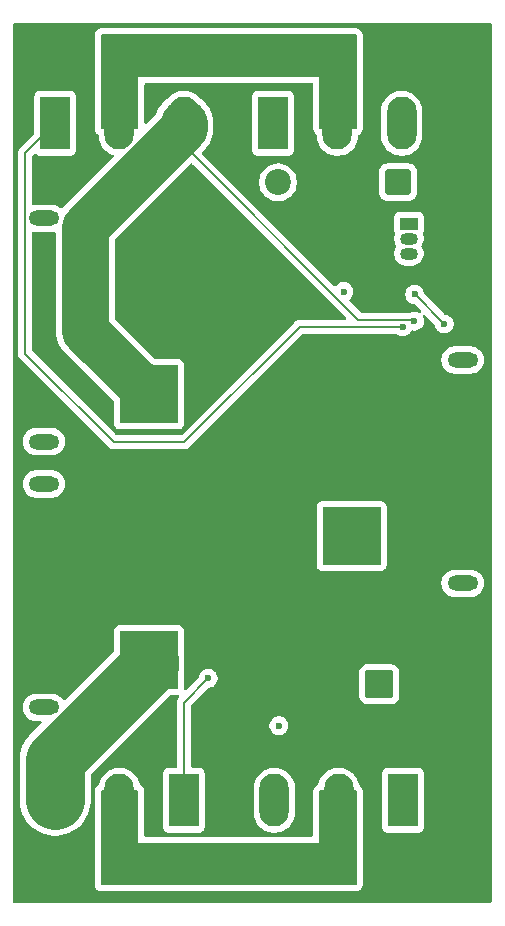
<source format=gbr>
%TF.GenerationSoftware,KiCad,Pcbnew,9.0.3*%
%TF.CreationDate,2025-12-08T06:40:44-06:00*%
%TF.ProjectId,Hotswap,486f7473-7761-4702-9e6b-696361645f70,rev?*%
%TF.SameCoordinates,Original*%
%TF.FileFunction,Copper,L4,Bot*%
%TF.FilePolarity,Positive*%
%FSLAX46Y46*%
G04 Gerber Fmt 4.6, Leading zero omitted, Abs format (unit mm)*
G04 Created by KiCad (PCBNEW 9.0.3) date 2025-12-08 06:40:44*
%MOMM*%
%LPD*%
G01*
G04 APERTURE LIST*
G04 Aperture macros list*
%AMRoundRect*
0 Rectangle with rounded corners*
0 $1 Rounding radius*
0 $2 $3 $4 $5 $6 $7 $8 $9 X,Y pos of 4 corners*
0 Add a 4 corners polygon primitive as box body*
4,1,4,$2,$3,$4,$5,$6,$7,$8,$9,$2,$3,0*
0 Add four circle primitives for the rounded corners*
1,1,$1+$1,$2,$3*
1,1,$1+$1,$4,$5*
1,1,$1+$1,$6,$7*
1,1,$1+$1,$8,$9*
0 Add four rect primitives between the rounded corners*
20,1,$1+$1,$2,$3,$4,$5,0*
20,1,$1+$1,$4,$5,$6,$7,0*
20,1,$1+$1,$6,$7,$8,$9,0*
20,1,$1+$1,$8,$9,$2,$3,0*%
G04 Aperture macros list end*
%TA.AperFunction,Conductor*%
%ADD10C,0.200000*%
%TD*%
%TA.AperFunction,ComponentPad*%
%ADD11R,2.500000X4.500000*%
%TD*%
%TA.AperFunction,ComponentPad*%
%ADD12O,2.500000X4.500000*%
%TD*%
%TA.AperFunction,ComponentPad*%
%ADD13C,4.916000*%
%TD*%
%TA.AperFunction,ComponentPad*%
%ADD14O,2.600000X1.300000*%
%TD*%
%TA.AperFunction,ComponentPad*%
%ADD15R,4.916000X4.916000*%
%TD*%
%TA.AperFunction,ComponentPad*%
%ADD16R,1.500000X1.050000*%
%TD*%
%TA.AperFunction,ComponentPad*%
%ADD17O,1.500000X1.050000*%
%TD*%
%TA.AperFunction,ComponentPad*%
%ADD18RoundRect,0.250001X-0.949999X-0.949999X0.949999X-0.949999X0.949999X0.949999X-0.949999X0.949999X0*%
%TD*%
%TA.AperFunction,ComponentPad*%
%ADD19C,2.400000*%
%TD*%
%TA.AperFunction,ComponentPad*%
%ADD20RoundRect,0.249999X0.850001X0.850001X-0.850001X0.850001X-0.850001X-0.850001X0.850001X-0.850001X0*%
%TD*%
%TA.AperFunction,ComponentPad*%
%ADD21C,2.200000*%
%TD*%
%TA.AperFunction,ViaPad*%
%ADD22C,0.600000*%
%TD*%
%TA.AperFunction,Conductor*%
%ADD23C,4.000000*%
%TD*%
%TA.AperFunction,Conductor*%
%ADD24C,5.000000*%
%TD*%
G04 APERTURE END LIST*
%TO.N,Net-(Q8-D)*%
D10*
X53000000Y-20065000D02*
X56000000Y-20065000D01*
X56000000Y-27935000D01*
X53000000Y-27935000D01*
X53000000Y-20065000D01*
%TA.AperFunction,Conductor*%
G36*
X53000000Y-20065000D02*
G01*
X56000000Y-20065000D01*
X56000000Y-27935000D01*
X53000000Y-27935000D01*
X53000000Y-20065000D01*
G37*
%TD.AperFunction*%
X53000000Y-20065000D02*
X74500000Y-20065000D01*
X74500000Y-23500000D01*
X53000000Y-23500000D01*
X53000000Y-20065000D01*
%TA.AperFunction,Conductor*%
G36*
X53000000Y-20065000D02*
G01*
X74500000Y-20065000D01*
X74500000Y-23500000D01*
X53000000Y-23500000D01*
X53000000Y-20065000D01*
G37*
%TD.AperFunction*%
%TO.N,Net-(Q2-D)*%
X53000000Y-84065000D02*
X56000000Y-84065000D01*
X56000000Y-91935000D01*
X53000000Y-91935000D01*
X53000000Y-84065000D01*
%TA.AperFunction,Conductor*%
G36*
X53000000Y-84065000D02*
G01*
X56000000Y-84065000D01*
X56000000Y-91935000D01*
X53000000Y-91935000D01*
X53000000Y-84065000D01*
G37*
%TD.AperFunction*%
%TO.N,Net-(Q8-D)*%
X71500000Y-20065000D02*
X74500000Y-20065000D01*
X74500000Y-27935000D01*
X71500000Y-27935000D01*
X71500000Y-20065000D01*
%TA.AperFunction,Conductor*%
G36*
X71500000Y-20065000D02*
G01*
X74500000Y-20065000D01*
X74500000Y-27935000D01*
X71500000Y-27935000D01*
X71500000Y-20065000D01*
G37*
%TD.AperFunction*%
%TO.N,Net-(Q2-D)*%
X71500000Y-84065000D02*
X74500000Y-84065000D01*
X74500000Y-91935000D01*
X71500000Y-91935000D01*
X71500000Y-84065000D01*
%TA.AperFunction,Conductor*%
G36*
X71500000Y-84065000D02*
G01*
X74500000Y-84065000D01*
X74500000Y-91935000D01*
X71500000Y-91935000D01*
X71500000Y-84065000D01*
G37*
%TD.AperFunction*%
X53000000Y-88500000D02*
X74500000Y-88500000D01*
X74500000Y-91935000D01*
X53000000Y-91935000D01*
X53000000Y-88500000D01*
%TA.AperFunction,Conductor*%
G36*
X53000000Y-88500000D02*
G01*
X74500000Y-88500000D01*
X74500000Y-91935000D01*
X53000000Y-91935000D01*
X53000000Y-88500000D01*
G37*
%TD.AperFunction*%
%TD*%
D11*
%TO.P,Q2,1,G*%
%TO.N,Net-(Q2-G)*%
X59950000Y-84815000D03*
D12*
%TO.P,Q2,2,D*%
%TO.N,Net-(Q2-D)*%
X54500000Y-84815000D03*
%TO.P,Q2,3,S*%
%TO.N,Net-(J1-POS)*%
X49050000Y-84815000D03*
%TD*%
D11*
%TO.P,Q8,1,G*%
%TO.N,Net-(Q8-G)*%
X49050000Y-27500000D03*
D12*
%TO.P,Q8,2,D*%
%TO.N,Net-(Q8-D)*%
X54500000Y-27500000D03*
%TO.P,Q8,3,S*%
%TO.N,Net-(J2-POS)*%
X59950000Y-27500000D03*
%TD*%
D13*
%TO.P,J1,N,NEG*%
%TO.N,GND*%
X57000000Y-62050000D03*
D14*
%TO.P,J1,NC,NC*%
%TO.N,unconnected-(J1-PadNC)*%
X48100000Y-58050000D03*
%TO.N,unconnected-(J1-PadNC)_1*%
X48100000Y-76950000D03*
D15*
%TO.P,J1,P,POS*%
%TO.N,Net-(J1-POS)*%
X57000000Y-72950000D03*
%TD*%
D13*
%TO.P,J3,N,NEG*%
%TO.N,GND*%
X74150000Y-51550000D03*
D14*
%TO.P,J3,NC,NC*%
%TO.N,unconnected-(J3-PadNC)*%
X83550000Y-66450000D03*
%TO.N,unconnected-(J3-PadNC)_1*%
X83550000Y-47550000D03*
D15*
%TO.P,J3,P,POS*%
%TO.N,VBUS*%
X74150000Y-62450000D03*
%TD*%
D13*
%TO.P,J2,N,NEG*%
%TO.N,GND*%
X57000000Y-39550000D03*
D14*
%TO.P,J2,NC,NC*%
%TO.N,unconnected-(J2-PadNC)*%
X48100000Y-35550000D03*
%TO.N,unconnected-(J2-PadNC)_1*%
X48100000Y-54450000D03*
D15*
%TO.P,J2,P,POS*%
%TO.N,Net-(J2-POS)*%
X57000000Y-50450000D03*
%TD*%
D11*
%TO.P,Q4,1,G*%
%TO.N,Net-(Q4-G)*%
X78500000Y-84815000D03*
D12*
%TO.P,Q4,2,D*%
%TO.N,Net-(Q2-D)*%
X73050000Y-84815000D03*
%TO.P,Q4,3,S*%
%TO.N,VBUS*%
X67600000Y-84815000D03*
%TD*%
D16*
%TO.P,Q11,1,E*%
%TO.N,Net-(D3-A)*%
X79000000Y-36000000D03*
D17*
%TO.P,Q11,2,B*%
%TO.N,Net-(D3-K)*%
X79000000Y-37270000D03*
%TO.P,Q11,3,C*%
%TO.N,Net-(Q11-C)*%
X79000000Y-38540000D03*
%TD*%
D18*
%TO.P,C10,1*%
%TO.N,VBUS*%
X76500000Y-75000000D03*
D19*
%TO.P,C10,2*%
%TO.N,GND*%
X81500000Y-75000000D03*
%TD*%
D11*
%TO.P,Q9,1,G*%
%TO.N,Net-(D3-A)*%
X67500000Y-27500000D03*
D12*
%TO.P,Q9,2,D*%
%TO.N,Net-(Q8-D)*%
X72950000Y-27500000D03*
%TO.P,Q9,3,S*%
%TO.N,VBUS*%
X78400000Y-27500000D03*
%TD*%
D20*
%TO.P,D3,1,K*%
%TO.N,Net-(D3-K)*%
X78080000Y-32500000D03*
D21*
%TO.P,D3,2,A*%
%TO.N,Net-(D3-A)*%
X67920000Y-32500000D03*
%TD*%
D22*
%TO.N,GND*%
X70500000Y-42500000D03*
X66000000Y-79000000D03*
X62000000Y-77000000D03*
X75562500Y-40337500D03*
%TO.N,Net-(J2-POS)*%
X79475000Y-44250000D03*
%TO.N,Net-(J1-POS)*%
X82000000Y-44500000D03*
X79500000Y-42000000D03*
%TO.N,VBUS*%
X73475000Y-41750000D03*
X68000000Y-78500000D03*
%TO.N,Net-(Q2-G)*%
X62000000Y-74500000D03*
%TO.N,Net-(Q8-G)*%
X78475000Y-44750000D03*
%TD*%
D23*
%TO.N,Net-(J2-POS)*%
X51601000Y-45051000D02*
X51601000Y-36279451D01*
D10*
X79475000Y-44250000D02*
X79374000Y-44149000D01*
D23*
X57000000Y-50450000D02*
X51601000Y-45051000D01*
D10*
X59950000Y-29382900D02*
X59950000Y-27500000D01*
X74716100Y-44149000D02*
X59950000Y-29382900D01*
D23*
X59950000Y-27930451D02*
X59950000Y-27500000D01*
X51601000Y-36279451D02*
X59950000Y-27930451D01*
D10*
X79374000Y-44149000D02*
X74716100Y-44149000D01*
%TO.N,Net-(J1-POS)*%
X79500000Y-42000000D02*
X82000000Y-44500000D01*
D24*
X57000000Y-73439030D02*
X57000000Y-72950000D01*
X49050000Y-84815000D02*
X49050000Y-81389030D01*
X49050000Y-81389030D02*
X57000000Y-73439030D01*
D10*
%TO.N,Net-(Q2-G)*%
X59950000Y-76550000D02*
X59950000Y-84815000D01*
X62000000Y-74500000D02*
X59950000Y-76550000D01*
%TO.N,Net-(Q8-G)*%
X69750000Y-44750000D02*
X60000000Y-54500000D01*
X54000000Y-54500000D02*
X46499000Y-46999000D01*
X60000000Y-54500000D02*
X54000000Y-54500000D01*
X46499000Y-46999000D02*
X46499000Y-30051000D01*
X78475000Y-44750000D02*
X69750000Y-44750000D01*
X46499000Y-30051000D02*
X49050000Y-27500000D01*
%TD*%
%TA.AperFunction,Conductor*%
%TO.N,GND*%
G36*
X60610612Y-30908593D02*
G01*
X60654959Y-30937094D01*
X73655684Y-43937819D01*
X73689169Y-43999142D01*
X73684185Y-44068834D01*
X73642313Y-44124767D01*
X73576849Y-44149184D01*
X73568003Y-44149500D01*
X69829057Y-44149500D01*
X69670942Y-44149500D01*
X69518215Y-44190423D01*
X69518214Y-44190423D01*
X69518212Y-44190424D01*
X69518209Y-44190425D01*
X69468096Y-44219359D01*
X69468095Y-44219360D01*
X69424689Y-44244420D01*
X69381285Y-44269479D01*
X69381282Y-44269481D01*
X69269478Y-44381286D01*
X59787584Y-53863181D01*
X59726261Y-53896666D01*
X59699903Y-53899500D01*
X54300097Y-53899500D01*
X54233058Y-53879815D01*
X54212416Y-53863181D01*
X47135819Y-46786584D01*
X47102334Y-46725261D01*
X47099500Y-46698903D01*
X47099500Y-36804512D01*
X47119185Y-36737473D01*
X47171989Y-36691718D01*
X47241147Y-36681774D01*
X47242818Y-36682026D01*
X47298465Y-36690840D01*
X47359450Y-36700500D01*
X47359454Y-36700500D01*
X48840550Y-36700500D01*
X48901534Y-36690840D01*
X48957103Y-36682039D01*
X49026394Y-36690993D01*
X49079847Y-36735989D01*
X49100487Y-36802740D01*
X49100500Y-36804512D01*
X49100500Y-45191431D01*
X49131942Y-45470494D01*
X49131945Y-45470512D01*
X49194439Y-45744317D01*
X49194443Y-45744329D01*
X49287200Y-46009411D01*
X49409053Y-46262442D01*
X49409055Y-46262445D01*
X49558477Y-46500248D01*
X49689113Y-46664060D01*
X49733583Y-46719824D01*
X54005181Y-50991422D01*
X54038666Y-51052745D01*
X54041500Y-51079103D01*
X54041500Y-52955870D01*
X54041501Y-52955876D01*
X54047908Y-53015483D01*
X54098202Y-53150328D01*
X54098206Y-53150335D01*
X54184452Y-53265544D01*
X54184455Y-53265547D01*
X54299664Y-53351793D01*
X54299671Y-53351797D01*
X54434517Y-53402091D01*
X54434516Y-53402091D01*
X54441444Y-53402835D01*
X54494127Y-53408500D01*
X59505872Y-53408499D01*
X59565483Y-53402091D01*
X59700331Y-53351796D01*
X59815546Y-53265546D01*
X59901796Y-53150331D01*
X59952091Y-53015483D01*
X59958500Y-52955873D01*
X59958499Y-47944128D01*
X59952091Y-47884517D01*
X59927807Y-47819409D01*
X59901797Y-47749671D01*
X59901793Y-47749664D01*
X59815547Y-47634455D01*
X59815544Y-47634452D01*
X59700335Y-47548206D01*
X59700328Y-47548202D01*
X59565482Y-47497908D01*
X59565483Y-47497908D01*
X59505883Y-47491501D01*
X59505881Y-47491500D01*
X59505873Y-47491500D01*
X59505865Y-47491500D01*
X57629103Y-47491500D01*
X57562064Y-47471815D01*
X57541422Y-47455181D01*
X54137819Y-44051578D01*
X54104334Y-43990255D01*
X54101500Y-43963897D01*
X54101500Y-37366553D01*
X54121185Y-37299514D01*
X54137814Y-37278877D01*
X60479597Y-30937093D01*
X60540920Y-30903609D01*
X60610612Y-30908593D01*
G37*
%TD.AperFunction*%
%TA.AperFunction,Conductor*%
G36*
X85942539Y-19020185D02*
G01*
X85988294Y-19072989D01*
X85999500Y-19124500D01*
X85999500Y-93375500D01*
X85979815Y-93442539D01*
X85927011Y-93488294D01*
X85875500Y-93499500D01*
X45624500Y-93499500D01*
X45557461Y-93479815D01*
X45511706Y-93427011D01*
X45500500Y-93375500D01*
X45500500Y-81220521D01*
X46049500Y-81220521D01*
X46049500Y-84983508D01*
X46087231Y-85318381D01*
X46087233Y-85318397D01*
X46162223Y-85646953D01*
X46162227Y-85646965D01*
X46273532Y-85965054D01*
X46419752Y-86268683D01*
X46419754Y-86268686D01*
X46599054Y-86554039D01*
X46809175Y-86817523D01*
X47047477Y-87055825D01*
X47310961Y-87265946D01*
X47596314Y-87445246D01*
X47899949Y-87591469D01*
X48138848Y-87675063D01*
X48218034Y-87702772D01*
X48218046Y-87702776D01*
X48546606Y-87777767D01*
X48881492Y-87815499D01*
X48881493Y-87815500D01*
X48881496Y-87815500D01*
X49218507Y-87815500D01*
X49218507Y-87815499D01*
X49553394Y-87777767D01*
X49881954Y-87702776D01*
X50200051Y-87591469D01*
X50503686Y-87445246D01*
X50789039Y-87265946D01*
X51052523Y-87055825D01*
X51290825Y-86817523D01*
X51500946Y-86554039D01*
X51680246Y-86268686D01*
X51826469Y-85965051D01*
X51937776Y-85646954D01*
X52012767Y-85318394D01*
X52050500Y-84983504D01*
X52050500Y-83985943D01*
X52399500Y-83985943D01*
X52399500Y-92014056D01*
X52440423Y-92166783D01*
X52440426Y-92166790D01*
X52519475Y-92303709D01*
X52519479Y-92303714D01*
X52519480Y-92303716D01*
X52631284Y-92415520D01*
X52631286Y-92415521D01*
X52631290Y-92415524D01*
X52768209Y-92494573D01*
X52768216Y-92494577D01*
X52920943Y-92535500D01*
X52920945Y-92535500D01*
X74579055Y-92535500D01*
X74579057Y-92535500D01*
X74731784Y-92494577D01*
X74868716Y-92415520D01*
X74980520Y-92303716D01*
X75059577Y-92166784D01*
X75100500Y-92014057D01*
X75100500Y-88420943D01*
X75100500Y-83985943D01*
X75059577Y-83833216D01*
X75059573Y-83833209D01*
X74980524Y-83696290D01*
X74980518Y-83696282D01*
X74868717Y-83584481D01*
X74868716Y-83584480D01*
X74831347Y-83562905D01*
X74783132Y-83512339D01*
X74771946Y-83476608D01*
X74771686Y-83476660D01*
X74771599Y-83476684D01*
X74771597Y-83476678D01*
X74771337Y-83476730D01*
X74770548Y-83472763D01*
X74765551Y-83454113D01*
X74711158Y-83251113D01*
X74623344Y-83039112D01*
X74508611Y-82840388D01*
X74508608Y-82840385D01*
X74508607Y-82840382D01*
X74368918Y-82658338D01*
X74368911Y-82658330D01*
X74227716Y-82517135D01*
X76749500Y-82517135D01*
X76749500Y-87112870D01*
X76749501Y-87112876D01*
X76755908Y-87172483D01*
X76806202Y-87307328D01*
X76806206Y-87307335D01*
X76892452Y-87422544D01*
X76892455Y-87422547D01*
X77007664Y-87508793D01*
X77007671Y-87508797D01*
X77142517Y-87559091D01*
X77142516Y-87559091D01*
X77149444Y-87559835D01*
X77202127Y-87565500D01*
X79797872Y-87565499D01*
X79857483Y-87559091D01*
X79992331Y-87508796D01*
X80107546Y-87422546D01*
X80193796Y-87307331D01*
X80244091Y-87172483D01*
X80250500Y-87112873D01*
X80250499Y-82517128D01*
X80244091Y-82457517D01*
X80193796Y-82322669D01*
X80193795Y-82322668D01*
X80193793Y-82322664D01*
X80107547Y-82207455D01*
X80107544Y-82207452D01*
X79992335Y-82121206D01*
X79992328Y-82121202D01*
X79857482Y-82070908D01*
X79857483Y-82070908D01*
X79797883Y-82064501D01*
X79797881Y-82064500D01*
X79797873Y-82064500D01*
X79797864Y-82064500D01*
X77202129Y-82064500D01*
X77202123Y-82064501D01*
X77142516Y-82070908D01*
X77007671Y-82121202D01*
X77007664Y-82121206D01*
X76892455Y-82207452D01*
X76892452Y-82207455D01*
X76806206Y-82322664D01*
X76806202Y-82322671D01*
X76755908Y-82457517D01*
X76749501Y-82517116D01*
X76749501Y-82517123D01*
X76749500Y-82517135D01*
X74227716Y-82517135D01*
X74206670Y-82496089D01*
X74206661Y-82496081D01*
X74024617Y-82356392D01*
X73966210Y-82322671D01*
X73825888Y-82241656D01*
X73825876Y-82241650D01*
X73613887Y-82153842D01*
X73392238Y-82094452D01*
X73354215Y-82089446D01*
X73164741Y-82064500D01*
X73164734Y-82064500D01*
X72935266Y-82064500D01*
X72935258Y-82064500D01*
X72718715Y-82093009D01*
X72707762Y-82094452D01*
X72614076Y-82119554D01*
X72486112Y-82153842D01*
X72274123Y-82241650D01*
X72274109Y-82241657D01*
X72075382Y-82356392D01*
X71893338Y-82496081D01*
X71731081Y-82658338D01*
X71591392Y-82840382D01*
X71476657Y-83039109D01*
X71476650Y-83039123D01*
X71388843Y-83251110D01*
X71343079Y-83421903D01*
X71306714Y-83481563D01*
X71270762Y-83504368D01*
X71268213Y-83505423D01*
X71131290Y-83584475D01*
X71131282Y-83584481D01*
X71019481Y-83696282D01*
X71019475Y-83696290D01*
X70940426Y-83833209D01*
X70940423Y-83833216D01*
X70899500Y-83985943D01*
X70899500Y-87775500D01*
X70879815Y-87842539D01*
X70827011Y-87888294D01*
X70775500Y-87899500D01*
X56724500Y-87899500D01*
X56657461Y-87879815D01*
X56611706Y-87827011D01*
X56600500Y-87775500D01*
X56600500Y-83985945D01*
X56600500Y-83985943D01*
X56559577Y-83833216D01*
X56559573Y-83833209D01*
X56480524Y-83696290D01*
X56480518Y-83696282D01*
X56368717Y-83584481D01*
X56368716Y-83584480D01*
X56273326Y-83529407D01*
X56225111Y-83478841D01*
X56215551Y-83454113D01*
X56161158Y-83251113D01*
X56073344Y-83039112D01*
X55958611Y-82840388D01*
X55958608Y-82840385D01*
X55958607Y-82840382D01*
X55818918Y-82658338D01*
X55818911Y-82658330D01*
X55656670Y-82496089D01*
X55656661Y-82496081D01*
X55474617Y-82356392D01*
X55416210Y-82322671D01*
X55275888Y-82241656D01*
X55275876Y-82241650D01*
X55063887Y-82153842D01*
X54842238Y-82094452D01*
X54804215Y-82089446D01*
X54614741Y-82064500D01*
X54614734Y-82064500D01*
X54385266Y-82064500D01*
X54385258Y-82064500D01*
X54168715Y-82093009D01*
X54157762Y-82094452D01*
X54064076Y-82119554D01*
X53936112Y-82153842D01*
X53724123Y-82241650D01*
X53724109Y-82241657D01*
X53525382Y-82356392D01*
X53343338Y-82496081D01*
X53181081Y-82658338D01*
X53041392Y-82840382D01*
X52926657Y-83039109D01*
X52926650Y-83039123D01*
X52838843Y-83251110D01*
X52838842Y-83251113D01*
X52784449Y-83454113D01*
X52748084Y-83513773D01*
X52726674Y-83529406D01*
X52631287Y-83584477D01*
X52631282Y-83584481D01*
X52519481Y-83696282D01*
X52519475Y-83696290D01*
X52440426Y-83833209D01*
X52440423Y-83833216D01*
X52399500Y-83985943D01*
X52050500Y-83985943D01*
X52050500Y-82683238D01*
X52070185Y-82616199D01*
X52086814Y-82595562D01*
X58737558Y-75944817D01*
X58798881Y-75911333D01*
X58825239Y-75908499D01*
X59442903Y-75908499D01*
X59457265Y-75912716D01*
X59472218Y-75912014D01*
X59490112Y-75922361D01*
X59509942Y-75928184D01*
X59519743Y-75939495D01*
X59532704Y-75946990D01*
X59542163Y-75965369D01*
X59555697Y-75980988D01*
X59557827Y-75995803D01*
X59564678Y-76009114D01*
X59562699Y-76029688D01*
X59565641Y-76050146D01*
X59559312Y-76064910D01*
X59557990Y-76078663D01*
X59544951Y-76098414D01*
X59540322Y-76109216D01*
X59535778Y-76114985D01*
X59469480Y-76181284D01*
X59435231Y-76240606D01*
X59430778Y-76248318D01*
X59430777Y-76248320D01*
X59418644Y-76269335D01*
X59390423Y-76318215D01*
X59349499Y-76470943D01*
X59349499Y-76470945D01*
X59349499Y-76639046D01*
X59349500Y-76639059D01*
X59349500Y-81940500D01*
X59329815Y-82007539D01*
X59277011Y-82053294D01*
X59225500Y-82064500D01*
X58652129Y-82064500D01*
X58652123Y-82064501D01*
X58592516Y-82070908D01*
X58457671Y-82121202D01*
X58457664Y-82121206D01*
X58342455Y-82207452D01*
X58342452Y-82207455D01*
X58256206Y-82322664D01*
X58256202Y-82322671D01*
X58205908Y-82457517D01*
X58199501Y-82517116D01*
X58199501Y-82517123D01*
X58199500Y-82517135D01*
X58199500Y-87112870D01*
X58199501Y-87112876D01*
X58205908Y-87172483D01*
X58256202Y-87307328D01*
X58256206Y-87307335D01*
X58342452Y-87422544D01*
X58342455Y-87422547D01*
X58457664Y-87508793D01*
X58457671Y-87508797D01*
X58592517Y-87559091D01*
X58592516Y-87559091D01*
X58599444Y-87559835D01*
X58652127Y-87565500D01*
X61247872Y-87565499D01*
X61307483Y-87559091D01*
X61442331Y-87508796D01*
X61557546Y-87422546D01*
X61643796Y-87307331D01*
X61694091Y-87172483D01*
X61700500Y-87112873D01*
X61700499Y-83700258D01*
X65849500Y-83700258D01*
X65849500Y-85929741D01*
X65874446Y-86119215D01*
X65879452Y-86157238D01*
X65879453Y-86157240D01*
X65938842Y-86378887D01*
X66026650Y-86590876D01*
X66026657Y-86590890D01*
X66141392Y-86789617D01*
X66281081Y-86971661D01*
X66281089Y-86971670D01*
X66443330Y-87133911D01*
X66443338Y-87133918D01*
X66625382Y-87273607D01*
X66625385Y-87273608D01*
X66625388Y-87273611D01*
X66824112Y-87388344D01*
X66824117Y-87388346D01*
X66824123Y-87388349D01*
X66906678Y-87422544D01*
X67036113Y-87476158D01*
X67257762Y-87535548D01*
X67474312Y-87564057D01*
X67485250Y-87565498D01*
X67485266Y-87565500D01*
X67485273Y-87565500D01*
X67714727Y-87565500D01*
X67714734Y-87565500D01*
X67942238Y-87535548D01*
X68163887Y-87476158D01*
X68375888Y-87388344D01*
X68574612Y-87273611D01*
X68756661Y-87133919D01*
X68756665Y-87133914D01*
X68756670Y-87133911D01*
X68918911Y-86971670D01*
X68918914Y-86971665D01*
X68918919Y-86971661D01*
X69058611Y-86789612D01*
X69173344Y-86590888D01*
X69261158Y-86378887D01*
X69320548Y-86157238D01*
X69350500Y-85929734D01*
X69350500Y-83700266D01*
X69349975Y-83696282D01*
X69335256Y-83584479D01*
X69320548Y-83472762D01*
X69261158Y-83251113D01*
X69173344Y-83039112D01*
X69058611Y-82840388D01*
X69058608Y-82840385D01*
X69058607Y-82840382D01*
X68918918Y-82658338D01*
X68918911Y-82658330D01*
X68756670Y-82496089D01*
X68756661Y-82496081D01*
X68574617Y-82356392D01*
X68516210Y-82322671D01*
X68375888Y-82241656D01*
X68375876Y-82241650D01*
X68163887Y-82153842D01*
X67942238Y-82094452D01*
X67904215Y-82089446D01*
X67714741Y-82064500D01*
X67714734Y-82064500D01*
X67485266Y-82064500D01*
X67485258Y-82064500D01*
X67268715Y-82093009D01*
X67257762Y-82094452D01*
X67164076Y-82119554D01*
X67036112Y-82153842D01*
X66824123Y-82241650D01*
X66824109Y-82241657D01*
X66625382Y-82356392D01*
X66443338Y-82496081D01*
X66281081Y-82658338D01*
X66141392Y-82840382D01*
X66026657Y-83039109D01*
X66026650Y-83039123D01*
X65938843Y-83251110D01*
X65938842Y-83251113D01*
X65893080Y-83421903D01*
X65879453Y-83472759D01*
X65879451Y-83472770D01*
X65849500Y-83700258D01*
X61700499Y-83700258D01*
X61700499Y-82517128D01*
X61694091Y-82457517D01*
X61643796Y-82322669D01*
X61643795Y-82322668D01*
X61643793Y-82322664D01*
X61557547Y-82207455D01*
X61557544Y-82207452D01*
X61442335Y-82121206D01*
X61442328Y-82121202D01*
X61307482Y-82070908D01*
X61307483Y-82070908D01*
X61247883Y-82064501D01*
X61247881Y-82064500D01*
X61247873Y-82064500D01*
X61247865Y-82064500D01*
X60674500Y-82064500D01*
X60607461Y-82044815D01*
X60561706Y-81992011D01*
X60550500Y-81940500D01*
X60550500Y-78421153D01*
X67199500Y-78421153D01*
X67199500Y-78578846D01*
X67230261Y-78733489D01*
X67230264Y-78733501D01*
X67290602Y-78879172D01*
X67290609Y-78879185D01*
X67378210Y-79010288D01*
X67378213Y-79010292D01*
X67489707Y-79121786D01*
X67489711Y-79121789D01*
X67620814Y-79209390D01*
X67620827Y-79209397D01*
X67766498Y-79269735D01*
X67766503Y-79269737D01*
X67921153Y-79300499D01*
X67921156Y-79300500D01*
X67921158Y-79300500D01*
X68078844Y-79300500D01*
X68078845Y-79300499D01*
X68233497Y-79269737D01*
X68379179Y-79209394D01*
X68510289Y-79121789D01*
X68621789Y-79010289D01*
X68709394Y-78879179D01*
X68769737Y-78733497D01*
X68800500Y-78578842D01*
X68800500Y-78421158D01*
X68800500Y-78421155D01*
X68800499Y-78421153D01*
X68769738Y-78266510D01*
X68769737Y-78266503D01*
X68769735Y-78266498D01*
X68709397Y-78120827D01*
X68709390Y-78120814D01*
X68621789Y-77989711D01*
X68621786Y-77989707D01*
X68510292Y-77878213D01*
X68510288Y-77878210D01*
X68379185Y-77790609D01*
X68379172Y-77790602D01*
X68233501Y-77730264D01*
X68233489Y-77730261D01*
X68078845Y-77699500D01*
X68078842Y-77699500D01*
X67921158Y-77699500D01*
X67921155Y-77699500D01*
X67766510Y-77730261D01*
X67766498Y-77730264D01*
X67620827Y-77790602D01*
X67620814Y-77790609D01*
X67489711Y-77878210D01*
X67489707Y-77878213D01*
X67378213Y-77989707D01*
X67378210Y-77989711D01*
X67290609Y-78120814D01*
X67290602Y-78120827D01*
X67230264Y-78266498D01*
X67230261Y-78266510D01*
X67199500Y-78421153D01*
X60550500Y-78421153D01*
X60550500Y-76850097D01*
X60570185Y-76783058D01*
X60586819Y-76762416D01*
X61299089Y-76050146D01*
X62014664Y-75334571D01*
X62075985Y-75301088D01*
X62078152Y-75300637D01*
X62078841Y-75300500D01*
X62078842Y-75300500D01*
X62233497Y-75269737D01*
X62379179Y-75209394D01*
X62510289Y-75121789D01*
X62621789Y-75010289D01*
X62709394Y-74879179D01*
X62769737Y-74733497D01*
X62800500Y-74578842D01*
X62800500Y-74421158D01*
X62800500Y-74421155D01*
X62800499Y-74421153D01*
X62769738Y-74266510D01*
X62769738Y-74266508D01*
X62769737Y-74266503D01*
X62769735Y-74266498D01*
X62709397Y-74120827D01*
X62709390Y-74120814D01*
X62672581Y-74065726D01*
X62628653Y-73999984D01*
X74799500Y-73999984D01*
X74799500Y-76000015D01*
X74810000Y-76102795D01*
X74810001Y-76102796D01*
X74865186Y-76269335D01*
X74865187Y-76269337D01*
X74957286Y-76418651D01*
X74957289Y-76418655D01*
X75081344Y-76542710D01*
X75081348Y-76542713D01*
X75230662Y-76634812D01*
X75230664Y-76634813D01*
X75230666Y-76634814D01*
X75397203Y-76689999D01*
X75499992Y-76700500D01*
X75499997Y-76700500D01*
X77500003Y-76700500D01*
X77500008Y-76700500D01*
X77602797Y-76689999D01*
X77769334Y-76634814D01*
X77918655Y-76542711D01*
X78042711Y-76418655D01*
X78134814Y-76269334D01*
X78189999Y-76102797D01*
X78200500Y-76000008D01*
X78200500Y-73999992D01*
X78189999Y-73897203D01*
X78134814Y-73730666D01*
X78134566Y-73730264D01*
X78042713Y-73581348D01*
X78042710Y-73581344D01*
X77918655Y-73457289D01*
X77918651Y-73457286D01*
X77769337Y-73365187D01*
X77769335Y-73365186D01*
X77686065Y-73337593D01*
X77602797Y-73310001D01*
X77602795Y-73310000D01*
X77500015Y-73299500D01*
X77500008Y-73299500D01*
X75499992Y-73299500D01*
X75499984Y-73299500D01*
X75397204Y-73310000D01*
X75397203Y-73310001D01*
X75230664Y-73365186D01*
X75230662Y-73365187D01*
X75081348Y-73457286D01*
X75081344Y-73457289D01*
X74957289Y-73581344D01*
X74957286Y-73581348D01*
X74865187Y-73730662D01*
X74865186Y-73730664D01*
X74810001Y-73897203D01*
X74810000Y-73897204D01*
X74799500Y-73999984D01*
X62628653Y-73999984D01*
X62621789Y-73989711D01*
X62621786Y-73989707D01*
X62510292Y-73878213D01*
X62510288Y-73878210D01*
X62379185Y-73790609D01*
X62379172Y-73790602D01*
X62233501Y-73730264D01*
X62233489Y-73730261D01*
X62078845Y-73699500D01*
X62078842Y-73699500D01*
X61921158Y-73699500D01*
X61921155Y-73699500D01*
X61766510Y-73730261D01*
X61766498Y-73730264D01*
X61620827Y-73790602D01*
X61620814Y-73790609D01*
X61489711Y-73878210D01*
X61489707Y-73878213D01*
X61378213Y-73989707D01*
X61378210Y-73989711D01*
X61290609Y-74120814D01*
X61290602Y-74120827D01*
X61230264Y-74266498D01*
X61230261Y-74266508D01*
X61199362Y-74421848D01*
X61166977Y-74483759D01*
X61165426Y-74485337D01*
X60170180Y-75480583D01*
X60108857Y-75514068D01*
X60039165Y-75509084D01*
X59983232Y-75467212D01*
X59958815Y-75401748D01*
X59958499Y-75392928D01*
X59958499Y-73975093D01*
X59961610Y-73947492D01*
X59962767Y-73942423D01*
X59962768Y-73942414D01*
X59986626Y-73730666D01*
X60000500Y-73607534D01*
X60000500Y-72781496D01*
X59962767Y-72446606D01*
X59961608Y-72441528D01*
X59958499Y-72413935D01*
X59958499Y-70444129D01*
X59958498Y-70444123D01*
X59958497Y-70444116D01*
X59952091Y-70384517D01*
X59901796Y-70249669D01*
X59901795Y-70249668D01*
X59901793Y-70249664D01*
X59815547Y-70134455D01*
X59815544Y-70134452D01*
X59700335Y-70048206D01*
X59700328Y-70048202D01*
X59565482Y-69997908D01*
X59565483Y-69997908D01*
X59505883Y-69991501D01*
X59505881Y-69991500D01*
X59505873Y-69991500D01*
X59505865Y-69991500D01*
X57536059Y-69991500D01*
X57508468Y-69988391D01*
X57503401Y-69987234D01*
X57503380Y-69987231D01*
X57168508Y-69949500D01*
X57168504Y-69949500D01*
X56831496Y-69949500D01*
X56831491Y-69949500D01*
X56496608Y-69987232D01*
X56496598Y-69987233D01*
X56491524Y-69988392D01*
X56463938Y-69991500D01*
X54494129Y-69991500D01*
X54494123Y-69991501D01*
X54434516Y-69997908D01*
X54299671Y-70048202D01*
X54299664Y-70048206D01*
X54184455Y-70134452D01*
X54184452Y-70134455D01*
X54098206Y-70249664D01*
X54098202Y-70249671D01*
X54047908Y-70384517D01*
X54041501Y-70444116D01*
X54041501Y-70444123D01*
X54041500Y-70444135D01*
X54041500Y-72102819D01*
X54021815Y-72169858D01*
X54005181Y-72190500D01*
X49884915Y-76310765D01*
X49823592Y-76344250D01*
X49753900Y-76339266D01*
X49697967Y-76297394D01*
X49696955Y-76296024D01*
X49627553Y-76200499D01*
X49499501Y-76072447D01*
X49499499Y-76072445D01*
X49499494Y-76072441D01*
X49352997Y-75966006D01*
X49352996Y-75966005D01*
X49352994Y-75966004D01*
X49278769Y-75928184D01*
X49191639Y-75883788D01*
X49191636Y-75883787D01*
X49019410Y-75827829D01*
X48840551Y-75799500D01*
X48840546Y-75799500D01*
X47359454Y-75799500D01*
X47359449Y-75799500D01*
X47180589Y-75827829D01*
X47008363Y-75883787D01*
X47008360Y-75883788D01*
X46847002Y-75966006D01*
X46700505Y-76072441D01*
X46700500Y-76072445D01*
X46572445Y-76200500D01*
X46572441Y-76200505D01*
X46466006Y-76347002D01*
X46383788Y-76508360D01*
X46383787Y-76508363D01*
X46327829Y-76680589D01*
X46299500Y-76859448D01*
X46299500Y-77040551D01*
X46327829Y-77219410D01*
X46383787Y-77391636D01*
X46383788Y-77391639D01*
X46466006Y-77552997D01*
X46572441Y-77699494D01*
X46572445Y-77699499D01*
X46700500Y-77827554D01*
X46700505Y-77827558D01*
X46828287Y-77920396D01*
X46847006Y-77933996D01*
X46952484Y-77987740D01*
X47008360Y-78016211D01*
X47008363Y-78016212D01*
X47094476Y-78044191D01*
X47180591Y-78072171D01*
X47263429Y-78085291D01*
X47359449Y-78100500D01*
X47359454Y-78100500D01*
X47795820Y-78100500D01*
X47862859Y-78120185D01*
X47908614Y-78172989D01*
X47918558Y-78242147D01*
X47889533Y-78305703D01*
X47883503Y-78312178D01*
X47316509Y-78879172D01*
X47030036Y-79165645D01*
X46809174Y-79386507D01*
X46599053Y-79649992D01*
X46419752Y-79935346D01*
X46273532Y-80238975D01*
X46162227Y-80557064D01*
X46162223Y-80557076D01*
X46087233Y-80885632D01*
X46087231Y-80885648D01*
X46049500Y-81220521D01*
X45500500Y-81220521D01*
X45500500Y-66359448D01*
X81749500Y-66359448D01*
X81749500Y-66540551D01*
X81777829Y-66719410D01*
X81833787Y-66891636D01*
X81833788Y-66891639D01*
X81916006Y-67052997D01*
X82022441Y-67199494D01*
X82022445Y-67199499D01*
X82150500Y-67327554D01*
X82150505Y-67327558D01*
X82278287Y-67420396D01*
X82297006Y-67433996D01*
X82402484Y-67487740D01*
X82458360Y-67516211D01*
X82458363Y-67516212D01*
X82544476Y-67544191D01*
X82630591Y-67572171D01*
X82713429Y-67585291D01*
X82809449Y-67600500D01*
X82809454Y-67600500D01*
X84290551Y-67600500D01*
X84377259Y-67586765D01*
X84469409Y-67572171D01*
X84641639Y-67516211D01*
X84802994Y-67433996D01*
X84949501Y-67327553D01*
X85077553Y-67199501D01*
X85183996Y-67052994D01*
X85266211Y-66891639D01*
X85322171Y-66719409D01*
X85336765Y-66627259D01*
X85350500Y-66540551D01*
X85350500Y-66359448D01*
X85334019Y-66255397D01*
X85322171Y-66180591D01*
X85266211Y-66008361D01*
X85266211Y-66008360D01*
X85237740Y-65952484D01*
X85183996Y-65847006D01*
X85170396Y-65828287D01*
X85077558Y-65700505D01*
X85077554Y-65700500D01*
X84949499Y-65572445D01*
X84949494Y-65572441D01*
X84802997Y-65466006D01*
X84802996Y-65466005D01*
X84802994Y-65466004D01*
X84751300Y-65439664D01*
X84641639Y-65383788D01*
X84641636Y-65383787D01*
X84469410Y-65327829D01*
X84290551Y-65299500D01*
X84290546Y-65299500D01*
X82809454Y-65299500D01*
X82809449Y-65299500D01*
X82630589Y-65327829D01*
X82458363Y-65383787D01*
X82458360Y-65383788D01*
X82297002Y-65466006D01*
X82150505Y-65572441D01*
X82150500Y-65572445D01*
X82022445Y-65700500D01*
X82022441Y-65700505D01*
X81916006Y-65847002D01*
X81833788Y-66008360D01*
X81833787Y-66008363D01*
X81777829Y-66180589D01*
X81749500Y-66359448D01*
X45500500Y-66359448D01*
X45500500Y-59944135D01*
X71191500Y-59944135D01*
X71191500Y-64955870D01*
X71191501Y-64955876D01*
X71197908Y-65015483D01*
X71248202Y-65150328D01*
X71248206Y-65150335D01*
X71334452Y-65265544D01*
X71334455Y-65265547D01*
X71449664Y-65351793D01*
X71449671Y-65351797D01*
X71584517Y-65402091D01*
X71584516Y-65402091D01*
X71591444Y-65402835D01*
X71644127Y-65408500D01*
X76655872Y-65408499D01*
X76715483Y-65402091D01*
X76850331Y-65351796D01*
X76965546Y-65265546D01*
X77051796Y-65150331D01*
X77102091Y-65015483D01*
X77108500Y-64955873D01*
X77108499Y-59944128D01*
X77102091Y-59884517D01*
X77051796Y-59749669D01*
X77051795Y-59749668D01*
X77051793Y-59749664D01*
X76965547Y-59634455D01*
X76965544Y-59634452D01*
X76850335Y-59548206D01*
X76850328Y-59548202D01*
X76715482Y-59497908D01*
X76715483Y-59497908D01*
X76655883Y-59491501D01*
X76655881Y-59491500D01*
X76655873Y-59491500D01*
X76655864Y-59491500D01*
X71644129Y-59491500D01*
X71644123Y-59491501D01*
X71584516Y-59497908D01*
X71449671Y-59548202D01*
X71449664Y-59548206D01*
X71334455Y-59634452D01*
X71334452Y-59634455D01*
X71248206Y-59749664D01*
X71248202Y-59749671D01*
X71197908Y-59884517D01*
X71191501Y-59944116D01*
X71191501Y-59944123D01*
X71191500Y-59944135D01*
X45500500Y-59944135D01*
X45500500Y-57959448D01*
X46299500Y-57959448D01*
X46299500Y-58140551D01*
X46327829Y-58319410D01*
X46383787Y-58491636D01*
X46383788Y-58491639D01*
X46466006Y-58652997D01*
X46572441Y-58799494D01*
X46572445Y-58799499D01*
X46700500Y-58927554D01*
X46700505Y-58927558D01*
X46828287Y-59020396D01*
X46847006Y-59033996D01*
X46952484Y-59087740D01*
X47008360Y-59116211D01*
X47008363Y-59116212D01*
X47094476Y-59144191D01*
X47180591Y-59172171D01*
X47263429Y-59185291D01*
X47359449Y-59200500D01*
X47359454Y-59200500D01*
X48840551Y-59200500D01*
X48927259Y-59186765D01*
X49019409Y-59172171D01*
X49191639Y-59116211D01*
X49352994Y-59033996D01*
X49499501Y-58927553D01*
X49627553Y-58799501D01*
X49733996Y-58652994D01*
X49816211Y-58491639D01*
X49872171Y-58319409D01*
X49886765Y-58227259D01*
X49900500Y-58140551D01*
X49900500Y-57959448D01*
X49884019Y-57855397D01*
X49872171Y-57780591D01*
X49816211Y-57608361D01*
X49816211Y-57608360D01*
X49787740Y-57552484D01*
X49733996Y-57447006D01*
X49720396Y-57428287D01*
X49627558Y-57300505D01*
X49627554Y-57300500D01*
X49499499Y-57172445D01*
X49499494Y-57172441D01*
X49352997Y-57066006D01*
X49352996Y-57066005D01*
X49352994Y-57066004D01*
X49301300Y-57039664D01*
X49191639Y-56983788D01*
X49191636Y-56983787D01*
X49019410Y-56927829D01*
X48840551Y-56899500D01*
X48840546Y-56899500D01*
X47359454Y-56899500D01*
X47359449Y-56899500D01*
X47180589Y-56927829D01*
X47008363Y-56983787D01*
X47008360Y-56983788D01*
X46847002Y-57066006D01*
X46700505Y-57172441D01*
X46700500Y-57172445D01*
X46572445Y-57300500D01*
X46572441Y-57300505D01*
X46466006Y-57447002D01*
X46383788Y-57608360D01*
X46383787Y-57608363D01*
X46327829Y-57780589D01*
X46299500Y-57959448D01*
X45500500Y-57959448D01*
X45500500Y-54359448D01*
X46299500Y-54359448D01*
X46299500Y-54540551D01*
X46327829Y-54719410D01*
X46383787Y-54891636D01*
X46383788Y-54891639D01*
X46429076Y-54980519D01*
X46454613Y-55030639D01*
X46466006Y-55052997D01*
X46572441Y-55199494D01*
X46572445Y-55199499D01*
X46700500Y-55327554D01*
X46700505Y-55327558D01*
X46828287Y-55420396D01*
X46847006Y-55433996D01*
X46952484Y-55487740D01*
X47008360Y-55516211D01*
X47008363Y-55516212D01*
X47094476Y-55544191D01*
X47180591Y-55572171D01*
X47263429Y-55585291D01*
X47359449Y-55600500D01*
X47359454Y-55600500D01*
X48840551Y-55600500D01*
X48927259Y-55586765D01*
X49019409Y-55572171D01*
X49191639Y-55516211D01*
X49352994Y-55433996D01*
X49499501Y-55327553D01*
X49627553Y-55199501D01*
X49733996Y-55052994D01*
X49816211Y-54891639D01*
X49872171Y-54719409D01*
X49886765Y-54627259D01*
X49900500Y-54540551D01*
X49900500Y-54359448D01*
X49884019Y-54255397D01*
X49872171Y-54180591D01*
X49816211Y-54008361D01*
X49816211Y-54008360D01*
X49759299Y-53896666D01*
X49733996Y-53847006D01*
X49720396Y-53828287D01*
X49627558Y-53700505D01*
X49627554Y-53700500D01*
X49499499Y-53572445D01*
X49499494Y-53572441D01*
X49352997Y-53466006D01*
X49352996Y-53466005D01*
X49352994Y-53466004D01*
X49301300Y-53439664D01*
X49191639Y-53383788D01*
X49191636Y-53383787D01*
X49019410Y-53327829D01*
X48840551Y-53299500D01*
X48840546Y-53299500D01*
X47359454Y-53299500D01*
X47359449Y-53299500D01*
X47180589Y-53327829D01*
X47008363Y-53383787D01*
X47008360Y-53383788D01*
X46847002Y-53466006D01*
X46700505Y-53572441D01*
X46700500Y-53572445D01*
X46572445Y-53700500D01*
X46572441Y-53700505D01*
X46466006Y-53847002D01*
X46383788Y-54008360D01*
X46383787Y-54008363D01*
X46327829Y-54180589D01*
X46299500Y-54359448D01*
X45500500Y-54359448D01*
X45500500Y-47078054D01*
X45898498Y-47078054D01*
X45939423Y-47230787D01*
X45946443Y-47242945D01*
X45946445Y-47242947D01*
X46018477Y-47367712D01*
X46018481Y-47367717D01*
X46137349Y-47486585D01*
X46137355Y-47486590D01*
X53515139Y-54864374D01*
X53515149Y-54864385D01*
X53519479Y-54868715D01*
X53519480Y-54868716D01*
X53631284Y-54980520D01*
X53718095Y-55030639D01*
X53718097Y-55030641D01*
X53756151Y-55052611D01*
X53768215Y-55059577D01*
X53920943Y-55100501D01*
X53920946Y-55100501D01*
X54086653Y-55100501D01*
X54086669Y-55100500D01*
X59913331Y-55100500D01*
X59913347Y-55100501D01*
X59920943Y-55100501D01*
X60079054Y-55100501D01*
X60079057Y-55100501D01*
X60231785Y-55059577D01*
X60281904Y-55030639D01*
X60368716Y-54980520D01*
X60480520Y-54868716D01*
X60480520Y-54868714D01*
X60490728Y-54858507D01*
X60490729Y-54858504D01*
X67889787Y-47459448D01*
X81749500Y-47459448D01*
X81749500Y-47640551D01*
X81777829Y-47819410D01*
X81833787Y-47991636D01*
X81833788Y-47991639D01*
X81916006Y-48152997D01*
X82022441Y-48299494D01*
X82022445Y-48299499D01*
X82150500Y-48427554D01*
X82150505Y-48427558D01*
X82278287Y-48520396D01*
X82297006Y-48533996D01*
X82402484Y-48587740D01*
X82458360Y-48616211D01*
X82458363Y-48616212D01*
X82544476Y-48644191D01*
X82630591Y-48672171D01*
X82713429Y-48685291D01*
X82809449Y-48700500D01*
X82809454Y-48700500D01*
X84290551Y-48700500D01*
X84377259Y-48686765D01*
X84469409Y-48672171D01*
X84641639Y-48616211D01*
X84802994Y-48533996D01*
X84949501Y-48427553D01*
X85077553Y-48299501D01*
X85183996Y-48152994D01*
X85266211Y-47991639D01*
X85322171Y-47819409D01*
X85336765Y-47727259D01*
X85350500Y-47640551D01*
X85350500Y-47459448D01*
X85334019Y-47355397D01*
X85322171Y-47280591D01*
X85266211Y-47108361D01*
X85266211Y-47108360D01*
X85237740Y-47052484D01*
X85183996Y-46947006D01*
X85158803Y-46912330D01*
X85077558Y-46800505D01*
X85077554Y-46800500D01*
X84949499Y-46672445D01*
X84949494Y-46672441D01*
X84802997Y-46566006D01*
X84802996Y-46566005D01*
X84802994Y-46566004D01*
X84751300Y-46539664D01*
X84641639Y-46483788D01*
X84641636Y-46483787D01*
X84469410Y-46427829D01*
X84290551Y-46399500D01*
X84290546Y-46399500D01*
X82809454Y-46399500D01*
X82809449Y-46399500D01*
X82630589Y-46427829D01*
X82458363Y-46483787D01*
X82458360Y-46483788D01*
X82297002Y-46566006D01*
X82150505Y-46672441D01*
X82150500Y-46672445D01*
X82022445Y-46800500D01*
X82022441Y-46800505D01*
X81916006Y-46947002D01*
X81833788Y-47108360D01*
X81833787Y-47108363D01*
X81777829Y-47280589D01*
X81749500Y-47459448D01*
X67889787Y-47459448D01*
X69962416Y-45386819D01*
X70023739Y-45353334D01*
X70050097Y-45350500D01*
X77895234Y-45350500D01*
X77962273Y-45370185D01*
X77964125Y-45371398D01*
X78095814Y-45459390D01*
X78095827Y-45459397D01*
X78241498Y-45519735D01*
X78241503Y-45519737D01*
X78396153Y-45550499D01*
X78396156Y-45550500D01*
X78396158Y-45550500D01*
X78553844Y-45550500D01*
X78553845Y-45550499D01*
X78708497Y-45519737D01*
X78854179Y-45459394D01*
X78985289Y-45371789D01*
X79096789Y-45260289D01*
X79184394Y-45129179D01*
X79191677Y-45111593D01*
X79235514Y-45057190D01*
X79301807Y-45035122D01*
X79330431Y-45037426D01*
X79396155Y-45050500D01*
X79396158Y-45050500D01*
X79553844Y-45050500D01*
X79553845Y-45050499D01*
X79708497Y-45019737D01*
X79854179Y-44959394D01*
X79985289Y-44871789D01*
X80096789Y-44760289D01*
X80184394Y-44629179D01*
X80244737Y-44483497D01*
X80275500Y-44328842D01*
X80275500Y-44171158D01*
X80275500Y-44171155D01*
X80275499Y-44171153D01*
X80244738Y-44016510D01*
X80244737Y-44016503D01*
X80233865Y-43990255D01*
X80184524Y-43871134D01*
X80177055Y-43801665D01*
X80208330Y-43739186D01*
X80268419Y-43703534D01*
X80338245Y-43706028D01*
X80386766Y-43736001D01*
X81165425Y-44514660D01*
X81198910Y-44575983D01*
X81199361Y-44578149D01*
X81230261Y-44733491D01*
X81230264Y-44733501D01*
X81290602Y-44879172D01*
X81290609Y-44879185D01*
X81378210Y-45010288D01*
X81378213Y-45010292D01*
X81489707Y-45121786D01*
X81489711Y-45121789D01*
X81620814Y-45209390D01*
X81620827Y-45209397D01*
X81743693Y-45260289D01*
X81766503Y-45269737D01*
X81921153Y-45300499D01*
X81921156Y-45300500D01*
X81921158Y-45300500D01*
X82078844Y-45300500D01*
X82078845Y-45300499D01*
X82233497Y-45269737D01*
X82379179Y-45209394D01*
X82510289Y-45121789D01*
X82621789Y-45010289D01*
X82709394Y-44879179D01*
X82769737Y-44733497D01*
X82800500Y-44578842D01*
X82800500Y-44421158D01*
X82800500Y-44421155D01*
X82800499Y-44421153D01*
X82792569Y-44381286D01*
X82769737Y-44266503D01*
X82769735Y-44266498D01*
X82709397Y-44120827D01*
X82709390Y-44120814D01*
X82621789Y-43989711D01*
X82621786Y-43989707D01*
X82510292Y-43878213D01*
X82510288Y-43878210D01*
X82379185Y-43790609D01*
X82379172Y-43790602D01*
X82233501Y-43730264D01*
X82233491Y-43730261D01*
X82078149Y-43699361D01*
X82016238Y-43666976D01*
X82014660Y-43665425D01*
X80334574Y-41985339D01*
X80301089Y-41924016D01*
X80300638Y-41921849D01*
X80269738Y-41766510D01*
X80269737Y-41766503D01*
X80230242Y-41671153D01*
X80209397Y-41620827D01*
X80209390Y-41620814D01*
X80121789Y-41489711D01*
X80121786Y-41489707D01*
X80010292Y-41378213D01*
X80010288Y-41378210D01*
X79879185Y-41290609D01*
X79879172Y-41290602D01*
X79733501Y-41230264D01*
X79733489Y-41230261D01*
X79578845Y-41199500D01*
X79578842Y-41199500D01*
X79421158Y-41199500D01*
X79421155Y-41199500D01*
X79266510Y-41230261D01*
X79266498Y-41230264D01*
X79120827Y-41290602D01*
X79120814Y-41290609D01*
X78989711Y-41378210D01*
X78989707Y-41378213D01*
X78878213Y-41489707D01*
X78878210Y-41489711D01*
X78790609Y-41620814D01*
X78790602Y-41620827D01*
X78730264Y-41766498D01*
X78730261Y-41766510D01*
X78699500Y-41921153D01*
X78699500Y-42078846D01*
X78730261Y-42233489D01*
X78730264Y-42233501D01*
X78790602Y-42379172D01*
X78790609Y-42379185D01*
X78878210Y-42510288D01*
X78878213Y-42510292D01*
X78989707Y-42621786D01*
X78989711Y-42621789D01*
X79120814Y-42709390D01*
X79120827Y-42709397D01*
X79266498Y-42769735D01*
X79266503Y-42769737D01*
X79331147Y-42782595D01*
X79421849Y-42800638D01*
X79483760Y-42833023D01*
X79485339Y-42834574D01*
X79988998Y-43338233D01*
X80022483Y-43399556D01*
X80017499Y-43469248D01*
X79975627Y-43525181D01*
X79910163Y-43549598D01*
X79853865Y-43540475D01*
X79708501Y-43480264D01*
X79708489Y-43480261D01*
X79553845Y-43449500D01*
X79553842Y-43449500D01*
X79396158Y-43449500D01*
X79396155Y-43449500D01*
X79241510Y-43480261D01*
X79241498Y-43480264D01*
X79099550Y-43539061D01*
X79052098Y-43548500D01*
X75016197Y-43548500D01*
X74949158Y-43528815D01*
X74928516Y-43512181D01*
X73973738Y-42557403D01*
X73940253Y-42496080D01*
X73945237Y-42426388D01*
X73981088Y-42376203D01*
X73980982Y-42376097D01*
X73981623Y-42375455D01*
X73982762Y-42373862D01*
X73985279Y-42371795D01*
X73985289Y-42371789D01*
X74096789Y-42260289D01*
X74184394Y-42129179D01*
X74244737Y-41983497D01*
X74275500Y-41828842D01*
X74275500Y-41671158D01*
X74275500Y-41671155D01*
X74275499Y-41671153D01*
X74244738Y-41516510D01*
X74244737Y-41516503D01*
X74244735Y-41516498D01*
X74184397Y-41370827D01*
X74184390Y-41370814D01*
X74096789Y-41239711D01*
X74096786Y-41239707D01*
X73985292Y-41128213D01*
X73985288Y-41128210D01*
X73854185Y-41040609D01*
X73854172Y-41040602D01*
X73708501Y-40980264D01*
X73708489Y-40980261D01*
X73553845Y-40949500D01*
X73553842Y-40949500D01*
X73396158Y-40949500D01*
X73396155Y-40949500D01*
X73241510Y-40980261D01*
X73241498Y-40980264D01*
X73095827Y-41040602D01*
X73095814Y-41040609D01*
X72964711Y-41128210D01*
X72964707Y-41128213D01*
X72853208Y-41239712D01*
X72851125Y-41242251D01*
X72849698Y-41243222D01*
X72848903Y-41244018D01*
X72848752Y-41243867D01*
X72793377Y-41281582D01*
X72723532Y-41283448D01*
X72667596Y-41251261D01*
X66843470Y-35427135D01*
X77749500Y-35427135D01*
X77749500Y-36572870D01*
X77749501Y-36572876D01*
X77755908Y-36632483D01*
X77806202Y-36767328D01*
X77806203Y-36767330D01*
X77806204Y-36767331D01*
X77807028Y-36768432D01*
X77807509Y-36769721D01*
X77810454Y-36775114D01*
X77809678Y-36775537D01*
X77831448Y-36833895D01*
X77822325Y-36890198D01*
X77788910Y-36970868D01*
X77788907Y-36970880D01*
X77749500Y-37168992D01*
X77749500Y-37371007D01*
X77788907Y-37569119D01*
X77788909Y-37569127D01*
X77866213Y-37755755D01*
X77919904Y-37836109D01*
X77940782Y-37902787D01*
X77922297Y-37970167D01*
X77919904Y-37973891D01*
X77866213Y-38054244D01*
X77788909Y-38240872D01*
X77788907Y-38240880D01*
X77749500Y-38438992D01*
X77749500Y-38641007D01*
X77788907Y-38839119D01*
X77788909Y-38839127D01*
X77866212Y-39025752D01*
X77866217Y-39025762D01*
X77978441Y-39193718D01*
X78121281Y-39336558D01*
X78289237Y-39448782D01*
X78289241Y-39448784D01*
X78289244Y-39448786D01*
X78475873Y-39526091D01*
X78673992Y-39565499D01*
X78673996Y-39565500D01*
X78673997Y-39565500D01*
X79326004Y-39565500D01*
X79326005Y-39565499D01*
X79524127Y-39526091D01*
X79710756Y-39448786D01*
X79878718Y-39336558D01*
X80021558Y-39193718D01*
X80133786Y-39025756D01*
X80211091Y-38839127D01*
X80250500Y-38641003D01*
X80250500Y-38438997D01*
X80211091Y-38240873D01*
X80133786Y-38054244D01*
X80080094Y-37973889D01*
X80059217Y-37907214D01*
X80077701Y-37839834D01*
X80080078Y-37836134D01*
X80133786Y-37755756D01*
X80211091Y-37569127D01*
X80250500Y-37371003D01*
X80250500Y-37168997D01*
X80211091Y-36970873D01*
X80177673Y-36890198D01*
X80170205Y-36820730D01*
X80189964Y-36775340D01*
X80189547Y-36775112D01*
X80192095Y-36770444D01*
X80192972Y-36768431D01*
X80193796Y-36767331D01*
X80244091Y-36632483D01*
X80250500Y-36572873D01*
X80250499Y-35427128D01*
X80244091Y-35367517D01*
X80193796Y-35232669D01*
X80193795Y-35232668D01*
X80193793Y-35232664D01*
X80107547Y-35117455D01*
X80107544Y-35117452D01*
X79992335Y-35031206D01*
X79992328Y-35031202D01*
X79857482Y-34980908D01*
X79857483Y-34980908D01*
X79797883Y-34974501D01*
X79797881Y-34974500D01*
X79797873Y-34974500D01*
X79797864Y-34974500D01*
X78202129Y-34974500D01*
X78202123Y-34974501D01*
X78142516Y-34980908D01*
X78007671Y-35031202D01*
X78007664Y-35031206D01*
X77892455Y-35117452D01*
X77892452Y-35117455D01*
X77806206Y-35232664D01*
X77806202Y-35232671D01*
X77755908Y-35367517D01*
X77749501Y-35427116D01*
X77749501Y-35427123D01*
X77749500Y-35427135D01*
X66843470Y-35427135D01*
X63790373Y-32374038D01*
X66319500Y-32374038D01*
X66319500Y-32625961D01*
X66358910Y-32874785D01*
X66436760Y-33114383D01*
X66551132Y-33338848D01*
X66699201Y-33542649D01*
X66699205Y-33542654D01*
X66877345Y-33720794D01*
X66877350Y-33720798D01*
X67055117Y-33849952D01*
X67081155Y-33868870D01*
X67224184Y-33941747D01*
X67305616Y-33983239D01*
X67305618Y-33983239D01*
X67305621Y-33983241D01*
X67545215Y-34061090D01*
X67794038Y-34100500D01*
X67794039Y-34100500D01*
X68045961Y-34100500D01*
X68045962Y-34100500D01*
X68294785Y-34061090D01*
X68534379Y-33983241D01*
X68758845Y-33868870D01*
X68962656Y-33720793D01*
X69140793Y-33542656D01*
X69288870Y-33338845D01*
X69403241Y-33114379D01*
X69481090Y-32874785D01*
X69520500Y-32625962D01*
X69520500Y-32374038D01*
X69481090Y-32125215D01*
X69403241Y-31885621D01*
X69403239Y-31885618D01*
X69403239Y-31885616D01*
X69288869Y-31661154D01*
X69288865Y-31661148D01*
X69244426Y-31599982D01*
X76479500Y-31599982D01*
X76479500Y-33400017D01*
X76490000Y-33502796D01*
X76545185Y-33669332D01*
X76545186Y-33669335D01*
X76637288Y-33818656D01*
X76761344Y-33942712D01*
X76910665Y-34034814D01*
X77077202Y-34089999D01*
X77179990Y-34100500D01*
X77179995Y-34100500D01*
X78980005Y-34100500D01*
X78980010Y-34100500D01*
X79082798Y-34089999D01*
X79249335Y-34034814D01*
X79398656Y-33942712D01*
X79522712Y-33818656D01*
X79614814Y-33669335D01*
X79669999Y-33502798D01*
X79680500Y-33400010D01*
X79680500Y-31599990D01*
X79669999Y-31497202D01*
X79614814Y-31330665D01*
X79522712Y-31181344D01*
X79398656Y-31057288D01*
X79249335Y-30965186D01*
X79082798Y-30910001D01*
X79082796Y-30910000D01*
X78980017Y-30899500D01*
X78980010Y-30899500D01*
X77179990Y-30899500D01*
X77179982Y-30899500D01*
X77077203Y-30910000D01*
X77077202Y-30910001D01*
X76995441Y-30937094D01*
X76910667Y-30965185D01*
X76910662Y-30965187D01*
X76761342Y-31057289D01*
X76637289Y-31181342D01*
X76545187Y-31330662D01*
X76545186Y-31330665D01*
X76490001Y-31497202D01*
X76490001Y-31497203D01*
X76490000Y-31497203D01*
X76479500Y-31599982D01*
X69244426Y-31599982D01*
X69140798Y-31457350D01*
X69140794Y-31457345D01*
X68962654Y-31279205D01*
X68962649Y-31279201D01*
X68758848Y-31131132D01*
X68758847Y-31131131D01*
X68758845Y-31131130D01*
X68688747Y-31095413D01*
X68534383Y-31016760D01*
X68294785Y-30938910D01*
X68283319Y-30937094D01*
X68045962Y-30899500D01*
X67794038Y-30899500D01*
X67727738Y-30910001D01*
X67545214Y-30938910D01*
X67305616Y-31016760D01*
X67081151Y-31131132D01*
X66877350Y-31279201D01*
X66877345Y-31279205D01*
X66699205Y-31457345D01*
X66699201Y-31457350D01*
X66551132Y-31661151D01*
X66436760Y-31885616D01*
X66358910Y-32125214D01*
X66319500Y-32374038D01*
X63790373Y-32374038D01*
X61504194Y-30087859D01*
X61470709Y-30026536D01*
X61475693Y-29956844D01*
X61504194Y-29912497D01*
X61597780Y-29818911D01*
X61817416Y-29599276D01*
X61992523Y-29379699D01*
X62141945Y-29141896D01*
X62263801Y-28888859D01*
X62356560Y-28623769D01*
X62419055Y-28349960D01*
X62424266Y-28303717D01*
X62450499Y-28070882D01*
X62450500Y-28070878D01*
X62450500Y-27359572D01*
X62450499Y-27359568D01*
X62419057Y-27080505D01*
X62419054Y-27080487D01*
X62356560Y-26806682D01*
X62356556Y-26806670D01*
X62333465Y-26740680D01*
X62263801Y-26541592D01*
X62141945Y-26288555D01*
X61992523Y-26050752D01*
X61817416Y-25831175D01*
X61618825Y-25632584D01*
X61399248Y-25457477D01*
X61399243Y-25457474D01*
X61399238Y-25457470D01*
X61335551Y-25417453D01*
X61309147Y-25395180D01*
X61306011Y-25391678D01*
X61268919Y-25343339D01*
X61209659Y-25284079D01*
X61209651Y-25284070D01*
X61127716Y-25202135D01*
X65749500Y-25202135D01*
X65749500Y-29797870D01*
X65749501Y-29797876D01*
X65755908Y-29857483D01*
X65806202Y-29992328D01*
X65806206Y-29992335D01*
X65892452Y-30107544D01*
X65892455Y-30107547D01*
X66007664Y-30193793D01*
X66007671Y-30193797D01*
X66142517Y-30244091D01*
X66142516Y-30244091D01*
X66149444Y-30244835D01*
X66202127Y-30250500D01*
X68797872Y-30250499D01*
X68857483Y-30244091D01*
X68992331Y-30193796D01*
X69107546Y-30107546D01*
X69193796Y-29992331D01*
X69244091Y-29857483D01*
X69250500Y-29797873D01*
X69250499Y-25202128D01*
X69244091Y-25142517D01*
X69193796Y-25007669D01*
X69193795Y-25007668D01*
X69193793Y-25007664D01*
X69107547Y-24892455D01*
X69107544Y-24892452D01*
X68992335Y-24806206D01*
X68992328Y-24806202D01*
X68857482Y-24755908D01*
X68857483Y-24755908D01*
X68797883Y-24749501D01*
X68797881Y-24749500D01*
X68797873Y-24749500D01*
X68797864Y-24749500D01*
X66202129Y-24749500D01*
X66202123Y-24749501D01*
X66142516Y-24755908D01*
X66007671Y-24806202D01*
X66007664Y-24806206D01*
X65892455Y-24892452D01*
X65892452Y-24892455D01*
X65806206Y-25007664D01*
X65806202Y-25007671D01*
X65755908Y-25142517D01*
X65749501Y-25202116D01*
X65749501Y-25202123D01*
X65749500Y-25202135D01*
X61127716Y-25202135D01*
X61106670Y-25181089D01*
X61106661Y-25181081D01*
X60924617Y-25041392D01*
X60866210Y-25007671D01*
X60725888Y-24926656D01*
X60725876Y-24926650D01*
X60513887Y-24838842D01*
X60292238Y-24779452D01*
X60254215Y-24774446D01*
X60064741Y-24749500D01*
X60064734Y-24749500D01*
X59835266Y-24749500D01*
X59835258Y-24749500D01*
X59618715Y-24778009D01*
X59607762Y-24779452D01*
X59514076Y-24804554D01*
X59386112Y-24838842D01*
X59174123Y-24926650D01*
X59174109Y-24926657D01*
X58975382Y-25041392D01*
X58793338Y-25181081D01*
X58631076Y-25343343D01*
X58596849Y-25387948D01*
X58564449Y-25417451D01*
X58500758Y-25457472D01*
X58500753Y-25457475D01*
X58281175Y-25632583D01*
X58082583Y-25831175D01*
X57907476Y-26050753D01*
X57758053Y-26288557D01*
X57636202Y-26541584D01*
X57636196Y-26541598D01*
X57555969Y-26770873D01*
X57526609Y-26817599D01*
X56812181Y-27532028D01*
X56750858Y-27565513D01*
X56681167Y-27560529D01*
X56625233Y-27518658D01*
X56600816Y-27453193D01*
X56600500Y-27444347D01*
X56600500Y-24224500D01*
X56620185Y-24157461D01*
X56672989Y-24111706D01*
X56724500Y-24100500D01*
X70775500Y-24100500D01*
X70842539Y-24120185D01*
X70888294Y-24172989D01*
X70899500Y-24224500D01*
X70899500Y-28014056D01*
X70940423Y-28166783D01*
X70940426Y-28166790D01*
X71019475Y-28303709D01*
X71019481Y-28303717D01*
X71131284Y-28415520D01*
X71137499Y-28419108D01*
X71185715Y-28469675D01*
X71199500Y-28526496D01*
X71199500Y-28614741D01*
X71224446Y-28804215D01*
X71229452Y-28842238D01*
X71229453Y-28842240D01*
X71288842Y-29063887D01*
X71376650Y-29275876D01*
X71376657Y-29275890D01*
X71491392Y-29474617D01*
X71631081Y-29656661D01*
X71631089Y-29656670D01*
X71793330Y-29818911D01*
X71793338Y-29818918D01*
X71975382Y-29958607D01*
X71975385Y-29958608D01*
X71975388Y-29958611D01*
X72174112Y-30073344D01*
X72174117Y-30073346D01*
X72174123Y-30073349D01*
X72209154Y-30087859D01*
X72386113Y-30161158D01*
X72607762Y-30220548D01*
X72824312Y-30249057D01*
X72835250Y-30250498D01*
X72835266Y-30250500D01*
X72835273Y-30250500D01*
X73064727Y-30250500D01*
X73064734Y-30250500D01*
X73292238Y-30220548D01*
X73513887Y-30161158D01*
X73725888Y-30073344D01*
X73924612Y-29958611D01*
X74106661Y-29818919D01*
X74106665Y-29818914D01*
X74106670Y-29818911D01*
X74268911Y-29656670D01*
X74268914Y-29656665D01*
X74268919Y-29656661D01*
X74408611Y-29474612D01*
X74523344Y-29275888D01*
X74611158Y-29063887D01*
X74670548Y-28842238D01*
X74700500Y-28614734D01*
X74700500Y-28584230D01*
X74720185Y-28517191D01*
X74762499Y-28476843D01*
X74868716Y-28415520D01*
X74980520Y-28303716D01*
X75059577Y-28166784D01*
X75100500Y-28014057D01*
X75100500Y-26385258D01*
X76649500Y-26385258D01*
X76649500Y-28614741D01*
X76674446Y-28804215D01*
X76679452Y-28842238D01*
X76679453Y-28842240D01*
X76738842Y-29063887D01*
X76826650Y-29275876D01*
X76826657Y-29275890D01*
X76941392Y-29474617D01*
X77081081Y-29656661D01*
X77081089Y-29656670D01*
X77243330Y-29818911D01*
X77243338Y-29818918D01*
X77425382Y-29958607D01*
X77425385Y-29958608D01*
X77425388Y-29958611D01*
X77624112Y-30073344D01*
X77624117Y-30073346D01*
X77624123Y-30073349D01*
X77659154Y-30087859D01*
X77836113Y-30161158D01*
X78057762Y-30220548D01*
X78274312Y-30249057D01*
X78285250Y-30250498D01*
X78285266Y-30250500D01*
X78285273Y-30250500D01*
X78514727Y-30250500D01*
X78514734Y-30250500D01*
X78742238Y-30220548D01*
X78963887Y-30161158D01*
X79175888Y-30073344D01*
X79374612Y-29958611D01*
X79556661Y-29818919D01*
X79556665Y-29818914D01*
X79556670Y-29818911D01*
X79718911Y-29656670D01*
X79718914Y-29656665D01*
X79718919Y-29656661D01*
X79858611Y-29474612D01*
X79973344Y-29275888D01*
X80061158Y-29063887D01*
X80120548Y-28842238D01*
X80150500Y-28614734D01*
X80150500Y-26385266D01*
X80120548Y-26157762D01*
X80061158Y-25936113D01*
X79973344Y-25724112D01*
X79858611Y-25525388D01*
X79858608Y-25525385D01*
X79858607Y-25525382D01*
X79718918Y-25343338D01*
X79718911Y-25343330D01*
X79556670Y-25181089D01*
X79556661Y-25181081D01*
X79374617Y-25041392D01*
X79316210Y-25007671D01*
X79175888Y-24926656D01*
X79175876Y-24926650D01*
X78963887Y-24838842D01*
X78742238Y-24779452D01*
X78704215Y-24774446D01*
X78514741Y-24749500D01*
X78514734Y-24749500D01*
X78285266Y-24749500D01*
X78285258Y-24749500D01*
X78068715Y-24778009D01*
X78057762Y-24779452D01*
X77964076Y-24804554D01*
X77836112Y-24838842D01*
X77624123Y-24926650D01*
X77624109Y-24926657D01*
X77425382Y-25041392D01*
X77243338Y-25181081D01*
X77081081Y-25343338D01*
X76941392Y-25525382D01*
X76826657Y-25724109D01*
X76826650Y-25724123D01*
X76738842Y-25936112D01*
X76679453Y-26157759D01*
X76679451Y-26157770D01*
X76649500Y-26385258D01*
X75100500Y-26385258D01*
X75100500Y-19985943D01*
X75059577Y-19833216D01*
X75059573Y-19833209D01*
X74980524Y-19696290D01*
X74980518Y-19696282D01*
X74868717Y-19584481D01*
X74868709Y-19584475D01*
X74731790Y-19505426D01*
X74731786Y-19505424D01*
X74731784Y-19505423D01*
X74579057Y-19464500D01*
X53079057Y-19464500D01*
X52920943Y-19464500D01*
X52768216Y-19505423D01*
X52768209Y-19505426D01*
X52631290Y-19584475D01*
X52631282Y-19584481D01*
X52519481Y-19696282D01*
X52519475Y-19696290D01*
X52440426Y-19833209D01*
X52440423Y-19833216D01*
X52399500Y-19985943D01*
X52399500Y-28014056D01*
X52440423Y-28166783D01*
X52440426Y-28166790D01*
X52519475Y-28303709D01*
X52519479Y-28303714D01*
X52519480Y-28303716D01*
X52631284Y-28415520D01*
X52687499Y-28447975D01*
X52735715Y-28498542D01*
X52749500Y-28555363D01*
X52749500Y-28614741D01*
X52774446Y-28804215D01*
X52779452Y-28842238D01*
X52779453Y-28842240D01*
X52838842Y-29063887D01*
X52926650Y-29275876D01*
X52926657Y-29275890D01*
X53041392Y-29474617D01*
X53181081Y-29656661D01*
X53181089Y-29656670D01*
X53343330Y-29818911D01*
X53343338Y-29818918D01*
X53525382Y-29958607D01*
X53525385Y-29958608D01*
X53525388Y-29958611D01*
X53724112Y-30073344D01*
X53936113Y-30161158D01*
X53936116Y-30161158D01*
X53939272Y-30162466D01*
X53993675Y-30206307D01*
X54015740Y-30272601D01*
X53998461Y-30340300D01*
X53979500Y-30364708D01*
X49932175Y-34412035D01*
X49733582Y-34610627D01*
X49688813Y-34666765D01*
X49631624Y-34706905D01*
X49561813Y-34709754D01*
X49504186Y-34677132D01*
X49499499Y-34672445D01*
X49499494Y-34672441D01*
X49352997Y-34566006D01*
X49352996Y-34566005D01*
X49352994Y-34566004D01*
X49301300Y-34539664D01*
X49191639Y-34483788D01*
X49191636Y-34483787D01*
X49019410Y-34427829D01*
X48840551Y-34399500D01*
X48840546Y-34399500D01*
X47359454Y-34399500D01*
X47359449Y-34399500D01*
X47242898Y-34417960D01*
X47173605Y-34409006D01*
X47120153Y-34364009D01*
X47099513Y-34297258D01*
X47099500Y-34295487D01*
X47099500Y-30351096D01*
X47108145Y-30321653D01*
X47114668Y-30291670D01*
X47118422Y-30286654D01*
X47119185Y-30284057D01*
X47135810Y-30263424D01*
X47280260Y-30118974D01*
X47341578Y-30085492D01*
X47411270Y-30090476D01*
X47442248Y-30107392D01*
X47557664Y-30193793D01*
X47557671Y-30193797D01*
X47692517Y-30244091D01*
X47692516Y-30244091D01*
X47699444Y-30244835D01*
X47752127Y-30250500D01*
X50347872Y-30250499D01*
X50407483Y-30244091D01*
X50542331Y-30193796D01*
X50657546Y-30107546D01*
X50743796Y-29992331D01*
X50794091Y-29857483D01*
X50800500Y-29797873D01*
X50800499Y-25202128D01*
X50794091Y-25142517D01*
X50743796Y-25007669D01*
X50743795Y-25007668D01*
X50743793Y-25007664D01*
X50657547Y-24892455D01*
X50657544Y-24892452D01*
X50542335Y-24806206D01*
X50542328Y-24806202D01*
X50407482Y-24755908D01*
X50407483Y-24755908D01*
X50347883Y-24749501D01*
X50347881Y-24749500D01*
X50347873Y-24749500D01*
X50347864Y-24749500D01*
X47752129Y-24749500D01*
X47752123Y-24749501D01*
X47692516Y-24755908D01*
X47557671Y-24806202D01*
X47557664Y-24806206D01*
X47442455Y-24892452D01*
X47442452Y-24892455D01*
X47356206Y-25007664D01*
X47356202Y-25007671D01*
X47305908Y-25142517D01*
X47299501Y-25202116D01*
X47299501Y-25202123D01*
X47299500Y-25202135D01*
X47299500Y-28349901D01*
X47279815Y-28416940D01*
X47263181Y-28437582D01*
X46130286Y-29570478D01*
X46018481Y-29682282D01*
X46018479Y-29682285D01*
X45978453Y-29751614D01*
X45978452Y-29751615D01*
X45951745Y-29797873D01*
X45939423Y-29819215D01*
X45898499Y-29971943D01*
X45898499Y-29971945D01*
X45898499Y-30140046D01*
X45898500Y-30140059D01*
X45898500Y-46912330D01*
X45898499Y-46912348D01*
X45898499Y-47078054D01*
X45898498Y-47078054D01*
X45500500Y-47078054D01*
X45500500Y-19124500D01*
X45520185Y-19057461D01*
X45572989Y-19011706D01*
X45624500Y-19000500D01*
X85875500Y-19000500D01*
X85942539Y-19020185D01*
G37*
%TD.AperFunction*%
%TD*%
M02*

</source>
